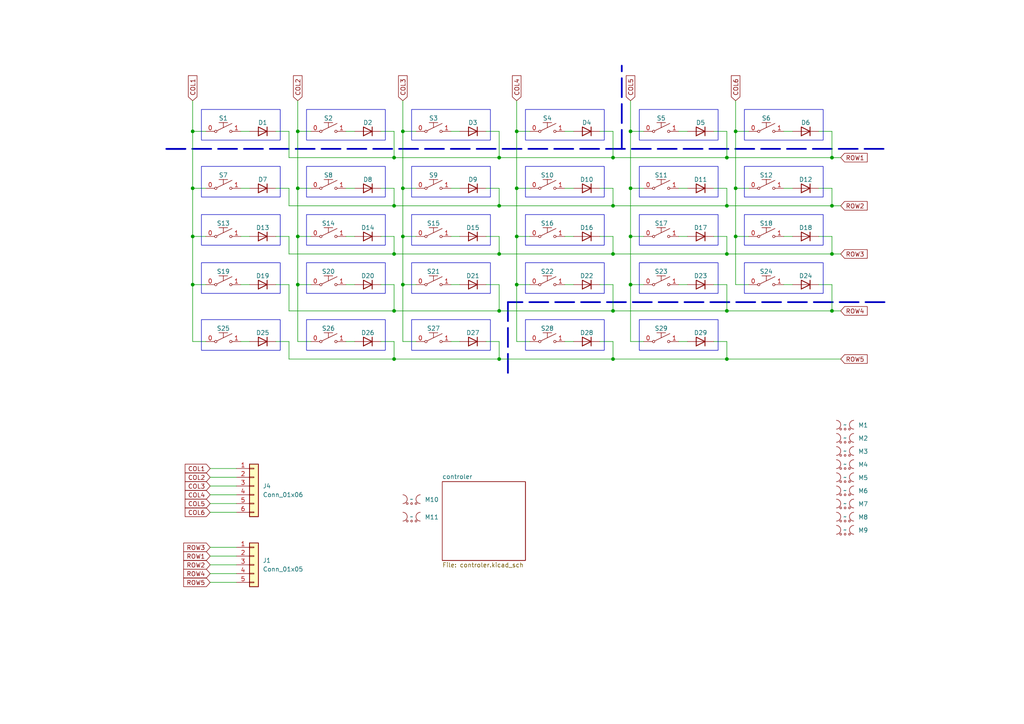
<source format=kicad_sch>
(kicad_sch (version 20230121) (generator eeschema)
  (paper "A4")
  (lib_symbols
    (symbol "Connector_Generic:Conn_01x05" (pin_names (offset 1.016) hide)
      (property "Reference" "J" (at 0 7.62 0))
      (property "Value" "Conn_01x05" (at 0 -7.62 0))
      (symbol "Conn_01x05_1_1"
        (rectangle (start -1.27 -4.953) (end 0 -5.207) (stroke (width 0.1524)))
        (rectangle (start -1.27 -2.413) (end 0 -2.667) (stroke (width 0.1524)))
        (rectangle (start -1.27 0.127) (end 0 -0.127) (stroke (width 0.1524)))
        (rectangle (start -1.27 2.667) (end 0 2.413) (stroke (width 0.1524)))
        (rectangle (start -1.27 5.207) (end 0 4.953) (stroke (width 0.1524)))
        (rectangle (start -1.27 6.35) (end 1.27 -6.35) (stroke (width 0.254)) (fill (type background)))
        (pin passive line (at -5.08 5.08 0) (length 3.81) (name "Pin_1") (number "1"))
        (pin passive line (at -5.08 2.54 0) (length 3.81) (name "Pin_2") (number "2"))
        (pin passive line (at -5.08 0 0) (length 3.81) (name "Pin_3") (number "3"))
        (pin passive line (at -5.08 -2.54 0) (length 3.81) (name "Pin_4") (number "4"))
        (pin passive line (at -5.08 -5.08 0) (length 3.81) (name "Pin_5") (number "5"))
      )
    )
    (symbol "Connector_Generic:Conn_01x06" (pin_names (offset 1.016) hide)
      (property "Reference" "J" (at 0 7.62 0))
      (property "Value" "Conn_01x06" (at 0 -10.16 0))
      (symbol "Conn_01x06_1_1"
        (rectangle (start -1.27 -7.493) (end 0 -7.747) (stroke (width 0.1524)))
        (rectangle (start -1.27 -4.953) (end 0 -5.207) (stroke (width 0.1524)))
        (rectangle (start -1.27 -2.413) (end 0 -2.667) (stroke (width 0.1524)))
        (rectangle (start -1.27 0.127) (end 0 -0.127) (stroke (width 0.1524)))
        (rectangle (start -1.27 2.667) (end 0 2.413) (stroke (width 0.1524)))
        (rectangle (start -1.27 5.207) (end 0 4.953) (stroke (width 0.1524)))
        (rectangle (start -1.27 6.35) (end 1.27 -8.89) (stroke (width 0.254)) (fill (type background)))
        (pin passive line (at -5.08 5.08 0) (length 3.81) (name "Pin_1") (number "1"))
        (pin passive line (at -5.08 2.54 0) (length 3.81) (name "Pin_2") (number "2"))
        (pin passive line (at -5.08 0 0) (length 3.81) (name "Pin_3") (number "3"))
        (pin passive line (at -5.08 -2.54 0) (length 3.81) (name "Pin_4") (number "4"))
        (pin passive line (at -5.08 -5.08 0) (length 3.81) (name "Pin_5") (number "5"))
        (pin passive line (at -5.08 -7.62 0) (length 3.81) (name "Pin_6") (number "6"))
      )
    )
    (symbol "Diode:1N4148" (pin_numbers hide) (pin_names hide)
      (property "Reference" "D" (at 0 2.54 0))
      (property "Value" "1N4148" (at 0 -2.54 0))
      (symbol "1N4148_0_1"
        (polyline (pts (xy -1.27 1.27) (xy -1.27 -1.27)) (stroke (width 0.254)))
        (polyline (pts (xy 1.27 0) (xy -1.27 0)))
        (polyline (pts (xy 1.27 1.27) (xy 1.27 -1.27) (xy -1.27 0) (xy 1.27 1.27)) (stroke (width 0.254)))
      )
      (symbol "1N4148_1_1"
        (pin passive line (at -3.81 0 0) (length 2.54) (name "K") (number "1"))
        (pin passive line (at 3.81 0 180) (length 2.54) (name "A") (number "2"))
      )
    )
    (symbol "split_kb:Gateron_Switch"
      (property "Reference" "S" (at -1.27 3.81 0))
      (property "Value" "Gateron_Switch" (at 0 -2.54 0))
      (symbol "Gateron_Switch_0_1"
        (circle (center -2.1834 -0.0016) (radius 0.3433))
        (polyline (pts (xy -1.8755 0.1857) (xy 2.5305 2.3139)))
        (polyline (pts (xy -1.27 2.54) (xy 1.27 2.54)))
        (polyline (pts (xy 0 1.1248) (xy 0 2.54)))
        (circle (center 2.1802 -0.0016) (radius 0.3433))
      )
      (symbol "Gateron_Switch_1_1"
        (pin bidirectional line (at -5.08 0 0) (length 2.54) (name "") (number "0"))
        (pin bidirectional line (at 5.08 0 180) (length 2.54) (name "") (number "1"))
      )
    )
    (symbol "split_kb_lib:Mouse_Bites"
      (property "Reference" "M" (at 0 0 0))
      (symbol "Mouse_Bites_0_1"
        (arc (start -2.5241 -1.27) (mid -1.2699 0) (end -2.5241 1.27))
        (circle (center -1.27 -1.27) (radius 0.2664))
        (circle (center 0 -1.27) (radius 0.2664))
        (circle (center 1.27 -1.27) (radius 0.2664))
        (arc (start 2.5241 1.27) (mid 1.2699 0) (end 2.5241 -1.27))
      )
    )
  )
  (junction (at 144.78 73.66))
  (junction (at 149.86 38.1))
  (junction (at 144.78 104.14))
  (junction (at 55.88 54.61))
  (junction (at 114.3 90.17))
  (junction (at 213.36 54.61))
  (junction (at 116.84 38.1))
  (junction (at 213.36 38.1))
  (junction (at 55.88 68.58))
  (junction (at 114.3 45.72))
  (junction (at 86.36 38.1))
  (junction (at 182.88 38.1))
  (junction (at 210.82 59.69))
  (junction (at 144.78 90.17))
  (junction (at 116.84 82.55))
  (junction (at 241.3 73.66))
  (junction (at 86.36 82.55))
  (junction (at 55.88 82.55))
  (junction (at 241.3 45.72))
  (junction (at 213.36 68.58))
  (junction (at 114.3 73.66))
  (junction (at 177.8 45.72))
  (junction (at 114.3 59.69))
  (junction (at 210.82 73.66))
  (junction (at 241.3 90.17))
  (junction (at 86.36 68.58))
  (junction (at 182.88 82.55))
  (junction (at 114.3 104.14))
  (junction (at 149.86 68.58))
  (junction (at 177.8 73.66))
  (junction (at 149.86 82.55))
  (junction (at 116.84 54.61))
  (junction (at 177.8 59.69))
  (junction (at 182.88 54.61))
  (junction (at 182.88 68.58))
  (junction (at 241.3 59.69))
  (junction (at 210.82 104.14))
  (junction (at 116.84 68.58))
  (junction (at 210.82 90.17))
  (junction (at 177.8 104.14))
  (junction (at 149.86 54.61))
  (junction (at 144.78 59.69))
  (junction (at 210.82 45.72))
  (junction (at 86.36 54.61))
  (junction (at 55.88 38.1))
  (junction (at 177.8 90.17))
  (junction (at 144.78 45.72))
  (wire (pts (xy 69.85 99.06) (xy 72.39 99.06)))
  (wire (pts (xy 182.88 99.06) (xy 186.69 99.06)))
  (wire (pts (xy 173.99 99.06) (xy 177.8 99.06)))
  (wire (pts (xy 116.84 99.06) (xy 120.65 99.06)))
  (wire (pts (xy 207.01 99.06) (xy 210.82 99.06)))
  (wire (pts (xy 114.3 45.72) (xy 144.78 45.72)))
  (wire (pts (xy 182.88 82.55) (xy 186.69 82.55)))
  (wire (pts (xy 149.86 68.58) (xy 153.67 68.58)))
  (wire (pts (xy 177.8 68.58) (xy 177.8 73.66)))
  (wire (pts (xy 86.36 54.61) (xy 86.36 68.58)))
  (wire (pts (xy 163.83 54.61) (xy 166.37 54.61)))
  (wire (pts (xy 114.3 59.69) (xy 144.78 59.69)))
  (wire (pts (xy 177.8 99.06) (xy 177.8 104.14)))
  (wire (pts (xy 86.36 68.58) (xy 90.17 68.58)))
  (wire (pts (xy 163.83 99.06) (xy 166.37 99.06)))
  (wire (pts (xy 69.85 54.61) (xy 72.39 54.61)))
  (wire (pts (xy 60.96 143.51) (xy 68.58 143.51)))
  (wire (pts (xy 213.36 29.21) (xy 213.36 38.1)))
  (wire (pts (xy 86.36 29.21) (xy 86.36 38.1)))
  (wire (pts (xy 149.86 29.21) (xy 149.86 38.1)))
  (wire (pts (xy 100.33 82.55) (xy 102.87 82.55)))
  (wire (pts (xy 177.8 73.66) (xy 210.82 73.66)))
  (wire (pts (xy 237.49 38.1) (xy 241.3 38.1)))
  (wire (pts (xy 177.8 82.55) (xy 177.8 90.17)))
  (wire (pts (xy 177.8 90.17) (xy 210.82 90.17)))
  (wire (pts (xy 114.3 99.06) (xy 114.3 104.14)))
  (wire (pts (xy 149.86 38.1) (xy 149.86 54.61)))
  (wire (pts (xy 144.78 38.1) (xy 144.78 45.72)))
  (wire (pts (xy 83.82 104.14) (xy 114.3 104.14)))
  (wire (pts (xy 69.85 38.1) (xy 72.39 38.1)))
  (wire (pts (xy 80.01 99.06) (xy 83.82 99.06)))
  (wire (pts (xy 110.49 38.1) (xy 114.3 38.1)))
  (wire (pts (xy 182.88 68.58) (xy 186.69 68.58)))
  (wire (pts (xy 55.88 54.61) (xy 55.88 68.58)))
  (wire (pts (xy 177.8 104.14) (xy 210.82 104.14)))
  (wire (pts (xy 210.82 68.58) (xy 210.82 73.66)))
  (wire (pts (xy 163.83 82.55) (xy 166.37 82.55)))
  (wire (pts (xy 60.96 158.75) (xy 68.58 158.75)))
  (wire (pts (xy 55.88 82.55) (xy 59.69 82.55)))
  (wire (pts (xy 116.84 54.61) (xy 116.84 68.58)))
  (wire (pts (xy 241.3 90.17) (xy 243.84 90.17)))
  (wire (pts (xy 177.8 54.61) (xy 177.8 59.69)))
  (wire (pts (xy 100.33 99.06) (xy 102.87 99.06)))
  (polyline (pts (xy 147.32 87.63) (xy 147.32 109.22)) (stroke (width 0.5) (type dash)))
  (wire (pts (xy 100.33 54.61) (xy 102.87 54.61)))
  (wire (pts (xy 241.3 59.69) (xy 243.84 59.69)))
  (wire (pts (xy 149.86 82.55) (xy 153.67 82.55)))
  (wire (pts (xy 173.99 38.1) (xy 177.8 38.1)))
  (wire (pts (xy 213.36 68.58) (xy 213.36 82.55)))
  (wire (pts (xy 237.49 68.58) (xy 241.3 68.58)))
  (wire (pts (xy 130.81 54.61) (xy 133.35 54.61)))
  (polyline (pts (xy 180.34 43.18) (xy 180.34 19.05)) (stroke (width 0.5) (type dash)))
  (wire (pts (xy 116.84 82.55) (xy 116.84 99.06)))
  (wire (pts (xy 149.86 82.55) (xy 149.86 99.06)))
  (wire (pts (xy 241.3 82.55) (xy 241.3 90.17)))
  (wire (pts (xy 80.01 38.1) (xy 83.82 38.1)))
  (wire (pts (xy 114.3 73.66) (xy 144.78 73.66)))
  (wire (pts (xy 60.96 166.37) (xy 68.58 166.37)))
  (wire (pts (xy 55.88 29.21) (xy 55.88 38.1)))
  (wire (pts (xy 55.88 99.06) (xy 59.69 99.06)))
  (wire (pts (xy 60.96 161.29) (xy 68.58 161.29)))
  (wire (pts (xy 144.78 45.72) (xy 177.8 45.72)))
  (wire (pts (xy 144.78 82.55) (xy 144.78 90.17)))
  (wire (pts (xy 149.86 99.06) (xy 153.67 99.06)))
  (wire (pts (xy 163.83 68.58) (xy 166.37 68.58)))
  (wire (pts (xy 130.81 99.06) (xy 133.35 99.06)))
  (wire (pts (xy 207.01 54.61) (xy 210.82 54.61)))
  (wire (pts (xy 83.82 82.55) (xy 83.82 90.17)))
  (wire (pts (xy 149.86 68.58) (xy 149.86 82.55)))
  (wire (pts (xy 114.3 104.14) (xy 144.78 104.14)))
  (wire (pts (xy 210.82 104.14) (xy 243.84 104.14)))
  (wire (pts (xy 86.36 38.1) (xy 90.17 38.1)))
  (wire (pts (xy 173.99 54.61) (xy 177.8 54.61)))
  (wire (pts (xy 213.36 38.1) (xy 213.36 54.61)))
  (wire (pts (xy 86.36 68.58) (xy 86.36 82.55)))
  (wire (pts (xy 60.96 135.89) (xy 68.58 135.89)))
  (wire (pts (xy 196.85 68.58) (xy 199.39 68.58)))
  (wire (pts (xy 55.88 54.61) (xy 59.69 54.61)))
  (wire (pts (xy 241.3 54.61) (xy 241.3 59.69)))
  (wire (pts (xy 116.84 29.21) (xy 116.84 38.1)))
  (wire (pts (xy 116.84 82.55) (xy 120.65 82.55)))
  (wire (pts (xy 83.82 68.58) (xy 83.82 73.66)))
  (wire (pts (xy 177.8 82.55) (xy 173.99 82.55)))
  (wire (pts (xy 241.3 45.72) (xy 243.84 45.72)))
  (wire (pts (xy 60.96 148.59) (xy 68.58 148.59)))
  (wire (pts (xy 210.82 73.66) (xy 241.3 73.66)))
  (wire (pts (xy 177.8 38.1) (xy 177.8 45.72)))
  (wire (pts (xy 80.01 54.61) (xy 83.82 54.61)))
  (wire (pts (xy 55.88 38.1) (xy 55.88 54.61)))
  (wire (pts (xy 182.88 29.21) (xy 182.88 38.1)))
  (wire (pts (xy 69.85 82.55) (xy 72.39 82.55)))
  (wire (pts (xy 144.78 54.61) (xy 144.78 59.69)))
  (wire (pts (xy 241.3 38.1) (xy 241.3 45.72)))
  (wire (pts (xy 213.36 54.61) (xy 213.36 68.58)))
  (wire (pts (xy 83.82 99.06) (xy 83.82 104.14)))
  (wire (pts (xy 207.01 38.1) (xy 210.82 38.1)))
  (wire (pts (xy 182.88 54.61) (xy 182.88 68.58)))
  (wire (pts (xy 114.3 90.17) (xy 144.78 90.17)))
  (wire (pts (xy 210.82 82.55) (xy 207.01 82.55)))
  (wire (pts (xy 83.82 38.1) (xy 83.82 45.72)))
  (wire (pts (xy 144.78 68.58) (xy 144.78 73.66)))
  (wire (pts (xy 83.82 59.69) (xy 114.3 59.69)))
  (wire (pts (xy 210.82 38.1) (xy 210.82 45.72)))
  (wire (pts (xy 60.96 168.91) (xy 68.58 168.91)))
  (wire (pts (xy 210.82 54.61) (xy 210.82 59.69)))
  (wire (pts (xy 55.88 38.1) (xy 59.69 38.1)))
  (wire (pts (xy 86.36 99.06) (xy 90.17 99.06)))
  (wire (pts (xy 86.36 82.55) (xy 86.36 99.06)))
  (wire (pts (xy 86.36 54.61) (xy 90.17 54.61)))
  (wire (pts (xy 69.85 68.58) (xy 72.39 68.58)))
  (polyline (pts (xy 48.26 43.18) (xy 256.54 43.18)) (stroke (width 0.5) (type dash)))
  (wire (pts (xy 210.82 82.55) (xy 210.82 90.17)))
  (wire (pts (xy 213.36 54.61) (xy 217.17 54.61)))
  (wire (pts (xy 116.84 38.1) (xy 116.84 54.61)))
  (wire (pts (xy 196.85 82.55) (xy 199.39 82.55)))
  (wire (pts (xy 241.3 68.58) (xy 241.3 73.66)))
  (wire (pts (xy 210.82 45.72) (xy 241.3 45.72)))
  (wire (pts (xy 60.96 146.05) (xy 68.58 146.05)))
  (wire (pts (xy 177.8 59.69) (xy 210.82 59.69)))
  (wire (pts (xy 110.49 99.06) (xy 114.3 99.06)))
  (wire (pts (xy 60.96 163.83) (xy 68.58 163.83)))
  (wire (pts (xy 196.85 38.1) (xy 199.39 38.1)))
  (wire (pts (xy 83.82 59.69) (xy 83.82 54.61)))
  (wire (pts (xy 83.82 45.72) (xy 114.3 45.72)))
  (wire (pts (xy 140.97 82.55) (xy 144.78 82.55)))
  (wire (pts (xy 83.82 73.66) (xy 114.3 73.66)))
  (wire (pts (xy 149.86 54.61) (xy 153.67 54.61)))
  (wire (pts (xy 182.88 38.1) (xy 182.88 54.61)))
  (wire (pts (xy 196.85 99.06) (xy 199.39 99.06)))
  (wire (pts (xy 114.3 82.55) (xy 114.3 90.17)))
  (wire (pts (xy 149.86 38.1) (xy 153.67 38.1)))
  (wire (pts (xy 86.36 82.55) (xy 90.17 82.55)))
  (wire (pts (xy 210.82 59.69) (xy 241.3 59.69)))
  (wire (pts (xy 116.84 68.58) (xy 120.65 68.58)))
  (wire (pts (xy 213.36 68.58) (xy 217.17 68.58)))
  (wire (pts (xy 144.78 104.14) (xy 177.8 104.14)))
  (wire (pts (xy 130.81 82.55) (xy 133.35 82.55)))
  (wire (pts (xy 173.99 68.58) (xy 177.8 68.58)))
  (wire (pts (xy 144.78 90.17) (xy 177.8 90.17)))
  (wire (pts (xy 110.49 68.58) (xy 114.3 68.58)))
  (wire (pts (xy 227.33 68.58) (xy 229.87 68.58)))
  (wire (pts (xy 207.01 68.58) (xy 210.82 68.58)))
  (polyline (pts (xy 48.26 43.18) (xy 54.61 43.18)) (stroke (width 0.5) (type dash)))
  (wire (pts (xy 140.97 99.06) (xy 144.78 99.06)))
  (wire (pts (xy 241.3 82.55) (xy 237.49 82.55)))
  (wire (pts (xy 114.3 38.1) (xy 114.3 45.72)))
  (wire (pts (xy 213.36 82.55) (xy 217.17 82.55)))
  (wire (pts (xy 210.82 90.17) (xy 241.3 90.17)))
  (wire (pts (xy 149.86 54.61) (xy 149.86 68.58)))
  (wire (pts (xy 227.33 54.61) (xy 229.87 54.61)))
  (wire (pts (xy 116.84 54.61) (xy 120.65 54.61)))
  (wire (pts (xy 55.88 82.55) (xy 55.88 99.06)))
  (wire (pts (xy 237.49 54.61) (xy 241.3 54.61)))
  (wire (pts (xy 182.88 54.61) (xy 186.69 54.61)))
  (wire (pts (xy 182.88 68.58) (xy 182.88 82.55)))
  (wire (pts (xy 114.3 54.61) (xy 114.3 59.69)))
  (wire (pts (xy 130.81 38.1) (xy 133.35 38.1)))
  (wire (pts (xy 60.96 140.97) (xy 68.58 140.97)))
  (wire (pts (xy 60.96 138.43) (xy 68.58 138.43)))
  (wire (pts (xy 177.8 45.72) (xy 210.82 45.72)))
  (wire (pts (xy 144.78 99.06) (xy 144.78 104.14)))
  (wire (pts (xy 227.33 38.1) (xy 229.87 38.1)))
  (wire (pts (xy 116.84 38.1) (xy 120.65 38.1)))
  (wire (pts (xy 100.33 68.58) (xy 102.87 68.58)))
  (wire (pts (xy 144.78 59.69) (xy 177.8 59.69)))
  (wire (pts (xy 110.49 54.61) (xy 114.3 54.61)))
  (wire (pts (xy 140.97 38.1) (xy 144.78 38.1)))
  (wire (pts (xy 210.82 99.06) (xy 210.82 104.14)))
  (wire (pts (xy 144.78 73.66) (xy 177.8 73.66)))
  (wire (pts (xy 55.88 68.58) (xy 59.69 68.58)))
  (wire (pts (xy 241.3 73.66) (xy 243.84 73.66)))
  (wire (pts (xy 116.84 68.58) (xy 116.84 82.55)))
  (wire (pts (xy 213.36 38.1) (xy 217.17 38.1)))
  (wire (pts (xy 55.88 68.58) (xy 55.88 82.55)))
  (wire (pts (xy 100.33 38.1) (xy 102.87 38.1)))
  (wire (pts (xy 140.97 54.61) (xy 144.78 54.61)))
  (wire (pts (xy 80.01 68.58) (xy 83.82 68.58)))
  (wire (pts (xy 227.33 82.55) (xy 229.87 82.55)))
  (wire (pts (xy 110.49 82.55) (xy 114.3 82.55)))
  (polyline (pts (xy 256.54 87.63) (xy 147.32 87.63)) (stroke (width 0.5) (type dash)))
  (wire (pts (xy 163.83 38.1) (xy 166.37 38.1)))
  (wire (pts (xy 83.82 82.55) (xy 80.01 82.55)))
  (wire (pts (xy 83.82 90.17) (xy 114.3 90.17)))
  (wire (pts (xy 86.36 38.1) (xy 86.36 54.61)))
  (wire (pts (xy 182.88 82.55) (xy 182.88 99.06)))
  (wire (pts (xy 114.3 68.58) (xy 114.3 73.66)))
  (wire (pts (xy 182.88 38.1) (xy 186.69 38.1)))
  (wire (pts (xy 130.81 68.58) (xy 133.35 68.58)))
  (wire (pts (xy 196.85 54.61) (xy 199.39 54.61)))
  (wire (pts (xy 140.97 68.58) (xy 144.78 68.58)))
  (rectangle (start 58.42 92.71) (end 81.28 101.6))
  (rectangle (start 88.9 31.75) (end 111.76 40.64))
  (rectangle (start 215.9 48.26) (end 238.76 57.15))
  (rectangle (start 152.4 31.75) (end 175.26 40.64))
  (rectangle (start 119.38 92.71) (end 142.24 101.6))
  (rectangle (start 58.42 48.26) (end 81.28 57.15))
  (rectangle (start 58.42 62.23) (end 81.28 71.12))
  (rectangle (start 88.9 76.2) (end 111.76 85.09))
  (rectangle (start 58.42 76.2) (end 81.28 85.09))
  (rectangle (start 152.4 48.26) (end 175.26 57.15))
  (rectangle (start 88.9 48.26) (end 111.76 57.15))
  (rectangle (start 58.42 31.75) (end 81.28 40.64))
  (rectangle (start 119.38 62.23) (end 142.24 71.12))
  (rectangle (start 119.38 76.2) (end 142.24 85.09))
  (rectangle (start 185.42 48.26) (end 208.28 57.15))
  (rectangle (start 152.4 92.71) (end 175.26 101.6))
  (rectangle (start 185.42 92.71) (end 208.28 101.6))
  (rectangle (start 119.38 48.26) (end 142.24 57.15))
  (rectangle (start 215.9 62.23) (end 238.76 71.12))
  (rectangle (start 185.42 31.75) (end 208.28 40.64))
  (rectangle (start 88.9 62.23) (end 111.76 71.12))
  (rectangle (start 215.9 31.75) (end 238.76 40.64))
  (rectangle (start 119.38 31.75) (end 142.24 40.64))
  (rectangle (start 185.42 62.23) (end 208.28 71.12))
  (rectangle (start 88.9 92.71) (end 111.76 101.6))
  (rectangle (start 152.4 76.2) (end 175.26 85.09))
  (rectangle (start 185.42 76.2) (end 208.28 85.09))
  (rectangle (start 215.9 76.2) (end 238.76 85.09))
  (rectangle (start 152.4 62.23) (end 175.26 71.12))
  (global_label "ROW1" (shape input) (at 243.84 45.72 0) (property "Intersheetrefs" "${INTERSHEET_REFS}" (effects hide)))
  (global_label "COL2" (shape input) (at 86.36 29.21 90) (property "Intersheetrefs" "${INTERSHEET_REFS}" (effects hide)))
  (global_label "ROW5" (shape input) (at 243.84 104.14 0) (property "Intersheetrefs" "${INTERSHEET_REFS}" (effects hide)))
  (global_label "ROW3" (shape input) (at 60.96 158.75 180) (property "Intersheetrefs" "${INTERSHEET_REFS}" (effects hide)))
  (global_label "COL3" (shape input) (at 60.96 140.97 180) (property "Intersheetrefs" "${INTERSHEET_REFS}" (effects hide)))
  (global_label "COL2" (shape input) (at 60.96 138.43 180) (property "Intersheetrefs" "${INTERSHEET_REFS}" (effects hide)))
  (global_label "COL5" (shape input) (at 60.96 146.05 180) (property "Intersheetrefs" "${INTERSHEET_REFS}" (effects hide)))
  (global_label "COL1" (shape input) (at 55.88 29.21 90) (property "Intersheetrefs" "${INTERSHEET_REFS}" (effects hide)))
  (global_label "ROW1" (shape input) (at 60.96 161.29 180) (property "Intersheetrefs" "${INTERSHEET_REFS}" (effects hide)))
  (global_label "COL1" (shape input) (at 60.96 135.89 180) (property "Intersheetrefs" "${INTERSHEET_REFS}" (effects hide)))
  (global_label "ROW4" (shape input) (at 243.84 90.17 0) (property "Intersheetrefs" "${INTERSHEET_REFS}" (effects hide)))
  (global_label "ROW2" (shape input) (at 243.84 59.69 0) (property "Intersheetrefs" "${INTERSHEET_REFS}" (effects hide)))
  (global_label "ROW5" (shape input) (at 60.96 168.91 180) (property "Intersheetrefs" "${INTERSHEET_REFS}" (effects hide)))
  (global_label "COL3" (shape input) (at 116.84 29.21 90) (property "Intersheetrefs" "${INTERSHEET_REFS}" (effects hide)))
  (global_label "ROW2" (shape input) (at 60.96 163.83 180) (property "Intersheetrefs" "${INTERSHEET_REFS}" (effects hide)))
  (global_label "ROW3" (shape input) (at 243.84 73.66 0) (property "Intersheetrefs" "${INTERSHEET_REFS}" (effects hide)))
  (global_label "COL4" (shape input) (at 149.86 29.21 90) (property "Intersheetrefs" "${INTERSHEET_REFS}" (effects hide)))
  (global_label "COL6" (shape input) (at 60.96 148.59 180) (property "Intersheetrefs" "${INTERSHEET_REFS}" (effects hide)))
  (global_label "COL4" (shape input) (at 60.96 143.51 180) (property "Intersheetrefs" "${INTERSHEET_REFS}" (effects hide)))
  (global_label "COL6" (shape input) (at 213.36 29.21 90) (property "Intersheetrefs" "${INTERSHEET_REFS}" (effects hide)))
  (global_label "COL5" (shape input) (at 182.88 29.21 90) (property "Intersheetrefs" "${INTERSHEET_REFS}" (effects hide)))
  (global_label "ROW4" (shape input) (at 60.96 166.37 180) (property "Intersheetrefs" "${INTERSHEET_REFS}" (effects hide)))
  (symbol (lib_id "split_kb:Gateron_Switch") (at 222.25 54.61 0) (unit 1)
    (property "Reference" "S12" (at 222.25 50.8 0))
    (property "Value" "Gateron_Switch" (effects hide))
    (property "Footprint" "split_kb_lib:GATERON" (effects hide))
  )
  (symbol (lib_id "split_kb:Gateron_Switch") (at 64.77 82.55 0) (unit 1)
    (property "Reference" "S19" (at 64.77 78.74 0))
    (property "Value" "Gateron_Switch" (effects hide))
    (property "Footprint" "split_kb_lib:GATERON" (effects hide))
  )
  (symbol (lib_id "split_kb_lib:Mouse_Bites") (at 245.11 153.67 0) (unit 1)
    (property "Reference" "M9" (at 248.92 153.8032 0) (effects (justify left)))
    (property "Value" "~" (at 245.11 153.67 0))
    (property "Footprint" "split_kb_lib:Mouse Bites" (effects hide))
  )
  (symbol (lib_id "split_kb:Gateron_Switch") (at 158.75 38.1 0) (unit 1)
    (property "Reference" "S4" (at 158.75 34.29 0))
    (property "Value" "Gateron_Switch" (effects hide))
    (property "Footprint" "split_kb_lib:GATERON" (effects hide))
  )
  (symbol (lib_id "Diode:1N4148") (at 137.16 54.61 180) (unit 1)
    (property "Reference" "D9" (at 137.16 52.07 0))
    (property "Value" "1N4148" (effects hide))
    (property "Footprint" "split_kb_lib:SOD80_P5.5mm_Horizontal_SMD" (effects hide))
    (property "Datasheet" "https://assets.nexperia.com/documents/data-sheet/1N4148_1N4448.pdf" (effects hide))
    (property "Sim.Device" "D" (effects hide))
    (property "Sim.Pins" "1=K 2=A" (effects hide))
  )
  (symbol (lib_id "split_kb_lib:Mouse_Bites") (at 245.11 149.86 0) (unit 1)
    (property "Reference" "M8" (at 248.92 149.9932 0) (effects (justify left)))
    (property "Value" "~" (at 245.11 149.86 0))
    (property "Footprint" "split_kb_lib:Mouse Bites" (effects hide))
  )
  (symbol (lib_id "Connector_Generic:Conn_01x05") (at 73.66 163.83 0) (unit 1)
    (property "Reference" "J1" (at 76.2 162.56 0) (effects (justify left)))
    (property "Value" "Conn_01x05" (at 76.2 165.1 0) (effects (justify left)))
    (property "Footprint" "split_kb_lib:Row Connector" (effects hide))
  )
  (symbol (lib_id "split_kb_lib:Mouse_Bites") (at 245.11 130.81 0) (unit 1)
    (property "Reference" "M3" (at 248.92 130.9432 0) (effects (justify left)))
    (property "Value" "~" (at 245.11 130.81 0))
    (property "Footprint" "split_kb_lib:Mouse Bites" (effects hide))
  )
  (symbol (lib_id "split_kb:Gateron_Switch") (at 95.25 82.55 0) (unit 1)
    (property "Reference" "S20" (at 95.25 78.74 0))
    (property "Value" "Gateron_Switch" (effects hide))
    (property "Footprint" "split_kb_lib:GATERON" (effects hide))
  )
  (symbol (lib_id "Diode:1N4148") (at 203.2 38.1 180) (unit 1)
    (property "Reference" "D5" (at 203.2 35.56 0))
    (property "Value" "1N4148" (effects hide))
    (property "Footprint" "split_kb_lib:SOD80_P5.5mm_Horizontal_SMD" (effects hide))
    (property "Datasheet" "https://assets.nexperia.com/documents/data-sheet/1N4148_1N4448.pdf" (effects hide))
    (property "Sim.Device" "D" (effects hide))
    (property "Sim.Pins" "1=K 2=A" (effects hide))
  )
  (symbol (lib_id "Diode:1N4148") (at 203.2 68.58 180) (unit 1)
    (property "Reference" "D17" (at 203.2 66.04 0))
    (property "Value" "1N4148" (effects hide))
    (property "Footprint" "split_kb_lib:SOD80_P5.5mm_Horizontal_SMD" (effects hide))
    (property "Datasheet" "https://assets.nexperia.com/documents/data-sheet/1N4148_1N4448.pdf" (effects hide))
    (property "Sim.Device" "D" (effects hide))
    (property "Sim.Pins" "1=K 2=A" (effects hide))
  )
  (symbol (lib_id "split_kb_lib:Mouse_Bites") (at 245.11 123.19 0) (unit 1)
    (property "Reference" "M1" (at 248.92 123.3232 0) (effects (justify left)))
    (property "Value" "~" (at 245.11 123.19 0))
    (property "Footprint" "split_kb_lib:Mouse Bites" (effects hide))
  )
  (symbol (lib_id "split_kb:Gateron_Switch") (at 222.25 82.55 0) (unit 1)
    (property "Reference" "S24" (at 222.25 78.74 0))
    (property "Value" "Gateron_Switch" (effects hide))
    (property "Footprint" "split_kb_lib:GATERON" (effects hide))
  )
  (symbol (lib_id "Diode:1N4148") (at 106.68 68.58 180) (unit 1)
    (property "Reference" "D14" (at 106.68 66.04 0))
    (property "Value" "1N4148" (effects hide))
    (property "Footprint" "split_kb_lib:SOD80_P5.5mm_Horizontal_SMD" (effects hide))
    (property "Datasheet" "https://assets.nexperia.com/documents/data-sheet/1N4148_1N4448.pdf" (effects hide))
    (property "Sim.Device" "D" (effects hide))
    (property "Sim.Pins" "1=K 2=A" (effects hide))
  )
  (symbol (lib_id "split_kb:Gateron_Switch") (at 158.75 82.55 0) (unit 1)
    (property "Reference" "S22" (at 158.75 78.74 0))
    (property "Value" "Gateron_Switch" (effects hide))
    (property "Footprint" "split_kb_lib:GATERON" (effects hide))
  )
  (symbol (lib_id "Diode:1N4148") (at 233.68 38.1 180) (unit 1)
    (property "Reference" "D6" (at 233.68 35.56 0))
    (property "Value" "1N4148" (effects hide))
    (property "Footprint" "split_kb_lib:SOD80_P5.5mm_Horizontal_SMD" (effects hide))
    (property "Datasheet" "https://assets.nexperia.com/documents/data-sheet/1N4148_1N4448.pdf" (effects hide))
    (property "Sim.Device" "D" (effects hide))
    (property "Sim.Pins" "1=K 2=A" (effects hide))
  )
  (symbol (lib_id "Diode:1N4148") (at 203.2 82.55 180) (unit 1)
    (property "Reference" "D23" (at 203.2 80.01 0))
    (property "Value" "1N4148" (effects hide))
    (property "Footprint" "split_kb_lib:SOD80_P5.5mm_Horizontal_SMD" (effects hide))
    (property "Datasheet" "https://assets.nexperia.com/documents/data-sheet/1N4148_1N4448.pdf" (effects hide))
    (property "Sim.Device" "D" (effects hide))
    (property "Sim.Pins" "1=K 2=A" (effects hide))
  )
  (symbol (lib_id "split_kb:Gateron_Switch") (at 222.25 68.58 0) (unit 1)
    (property "Reference" "S18" (at 222.25 64.77 0))
    (property "Value" "Gateron_Switch" (effects hide))
    (property "Footprint" "split_kb_lib:GATERON" (effects hide))
  )
  (symbol (lib_id "split_kb:Gateron_Switch") (at 64.77 99.06 0) (unit 1)
    (property "Reference" "S25" (at 64.77 95.25 0))
    (property "Value" "Gateron_Switch" (effects hide))
    (property "Footprint" "split_kb_lib:GATERON" (effects hide))
  )
  (symbol (lib_id "split_kb:Gateron_Switch") (at 191.77 54.61 0) (unit 1)
    (property "Reference" "S11" (at 191.77 50.8 0))
    (property "Value" "Gateron_Switch" (effects hide))
    (property "Footprint" "split_kb_lib:GATERON" (effects hide))
  )
  (symbol (lib_id "split_kb:Gateron_Switch") (at 125.73 68.58 0) (unit 1)
    (property "Reference" "S15" (at 125.73 64.77 0))
    (property "Value" "Gateron_Switch" (effects hide))
    (property "Footprint" "split_kb_lib:GATERON" (effects hide))
  )
  (symbol (lib_id "split_kb:Gateron_Switch") (at 125.73 54.61 0) (unit 1)
    (property "Reference" "S9" (at 125.73 50.8 0))
    (property "Value" "Gateron_Switch" (effects hide))
    (property "Footprint" "split_kb_lib:GATERON" (effects hide))
  )
  (symbol (lib_id "Diode:1N4148") (at 137.16 38.1 180) (unit 1)
    (property "Reference" "D3" (at 137.16 35.56 0))
    (property "Value" "1N4148" (effects hide))
    (property "Footprint" "split_kb_lib:SOD80_P5.5mm_Horizontal_SMD" (effects hide))
    (property "Datasheet" "https://assets.nexperia.com/documents/data-sheet/1N4148_1N4448.pdf" (effects hide))
    (property "Sim.Device" "D" (effects hide))
    (property "Sim.Pins" "1=K 2=A" (effects hide))
  )
  (symbol (lib_id "split_kb:Gateron_Switch") (at 64.77 54.61 0) (unit 1)
    (property "Reference" "S7" (at 64.77 50.8 0))
    (property "Value" "Gateron_Switch" (effects hide))
    (property "Footprint" "split_kb_lib:GATERON" (effects hide))
  )
  (symbol (lib_id "Diode:1N4148") (at 203.2 54.61 180) (unit 1)
    (property "Reference" "D11" (at 203.2 52.07 0))
    (property "Value" "1N4148" (effects hide))
    (property "Footprint" "split_kb_lib:SOD80_P5.5mm_Horizontal_SMD" (effects hide))
    (property "Datasheet" "https://assets.nexperia.com/documents/data-sheet/1N4148_1N4448.pdf" (effects hide))
    (property "Sim.Device" "D" (effects hide))
    (property "Sim.Pins" "1=K 2=A" (effects hide))
  )
  (symbol (lib_id "Diode:1N4148") (at 233.68 54.61 180) (unit 1)
    (property "Reference" "D12" (at 233.68 52.07 0))
    (property "Value" "1N4148" (effects hide))
    (property "Footprint" "split_kb_lib:SOD80_P5.5mm_Horizontal_SMD" (effects hide))
    (property "Datasheet" "https://assets.nexperia.com/documents/data-sheet/1N4148_1N4448.pdf" (effects hide))
    (property "Sim.Device" "D" (effects hide))
    (property "Sim.Pins" "1=K 2=A" (effects hide))
  )
  (symbol (lib_id "split_kb:Gateron_Switch") (at 158.75 99.06 0) (unit 1)
    (property "Reference" "S28" (at 158.75 95.25 0))
    (property "Value" "Gateron_Switch" (effects hide))
    (property "Footprint" "split_kb_lib:GATERON" (effects hide))
  )
  (symbol (lib_id "Diode:1N4148") (at 137.16 68.58 180) (unit 1)
    (property "Reference" "D15" (at 137.16 66.04 0))
    (property "Value" "1N4148" (effects hide))
    (property "Footprint" "split_kb_lib:SOD80_P5.5mm_Horizontal_SMD" (effects hide))
    (property "Datasheet" "https://assets.nexperia.com/documents/data-sheet/1N4148_1N4448.pdf" (effects hide))
    (property "Sim.Device" "D" (effects hide))
    (property "Sim.Pins" "1=K 2=A" (effects hide))
  )
  (symbol (lib_id "split_kb_lib:Mouse_Bites") (at 245.11 127 0) (unit 1)
    (property "Reference" "M2" (at 248.92 127.1332 0) (effects (justify left)))
    (property "Value" "~" (at 245.11 127 0))
    (property "Footprint" "split_kb_lib:Mouse Bites" (effects hide))
  )
  (symbol (lib_id "split_kb_lib:Mouse_Bites") (at 245.11 146.05 0) (unit 1)
    (property "Reference" "M7" (at 248.92 146.1832 0) (effects (justify left)))
    (property "Value" "~" (at 245.11 146.05 0))
    (property "Footprint" "split_kb_lib:Mouse Bites" (effects hide))
  )
  (symbol (lib_id "Diode:1N4148") (at 170.18 38.1 180) (unit 1)
    (property "Reference" "D4" (at 170.18 35.56 0))
    (property "Value" "1N4148" (effects hide))
    (property "Footprint" "split_kb_lib:SOD80_P5.5mm_Horizontal_SMD" (effects hide))
    (property "Datasheet" "https://assets.nexperia.com/documents/data-sheet/1N4148_1N4448.pdf" (effects hide))
    (property "Sim.Device" "D" (effects hide))
    (property "Sim.Pins" "1=K 2=A" (effects hide))
  )
  (symbol (lib_id "split_kb_lib:Mouse_Bites") (at 245.11 138.43 0) (unit 1)
    (property "Reference" "M5" (at 248.92 138.5632 0) (effects (justify left)))
    (property "Value" "~" (at 245.11 138.43 0))
    (property "Footprint" "split_kb_lib:Mouse Bites" (effects hide))
  )
  (symbol (lib_id "Diode:1N4148") (at 106.68 54.61 180) (unit 1)
    (property "Reference" "D8" (at 106.68 52.07 0))
    (property "Value" "1N4148" (effects hide))
    (property "Footprint" "split_kb_lib:SOD80_P5.5mm_Horizontal_SMD" (effects hide))
    (property "Datasheet" "https://assets.nexperia.com/documents/data-sheet/1N4148_1N4448.pdf" (effects hide))
    (property "Sim.Device" "D" (effects hide))
    (property "Sim.Pins" "1=K 2=A" (effects hide))
  )
  (symbol (lib_id "split_kb:Gateron_Switch") (at 95.25 38.1 0) (unit 1)
    (property "Reference" "S2" (at 95.25 34.29 0))
    (property "Value" "Gateron_Switch" (effects hide))
    (property "Footprint" "split_kb_lib:GATERON" (effects hide))
  )
  (symbol (lib_id "split_kb:Gateron_Switch") (at 191.77 82.55 0) (unit 1)
    (property "Reference" "S23" (at 191.77 78.74 0))
    (property "Value" "Gateron_Switch" (effects hide))
    (property "Footprint" "split_kb_lib:GATERON" (effects hide))
  )
  (symbol (lib_id "Diode:1N4148") (at 76.2 99.06 180) (unit 1)
    (property "Reference" "D25" (at 76.2 96.52 0))
    (property "Value" "1N4148" (effects hide))
    (property "Footprint" "split_kb_lib:SOD80_P5.5mm_Horizontal_SMD" (effects hide))
    (property "Datasheet" "https://assets.nexperia.com/documents/data-sheet/1N4148_1N4448.pdf" (effects hide))
    (property "Sim.Device" "D" (effects hide))
    (property "Sim.Pins" "1=K 2=A" (effects hide))
  )
  (symbol (lib_id "Diode:1N4148") (at 76.2 68.58 180) (unit 1)
    (property "Reference" "D13" (at 76.2 66.04 0))
    (property "Value" "1N4148" (effects hide))
    (property "Footprint" "split_kb_lib:SOD80_P5.5mm_Horizontal_SMD" (effects hide))
    (property "Datasheet" "https://assets.nexperia.com/documents/data-sheet/1N4148_1N4448.pdf" (effects hide))
    (property "Sim.Device" "D" (effects hide))
    (property "Sim.Pins" "1=K 2=A" (effects hide))
  )
  (symbol (lib_id "split_kb:Gateron_Switch") (at 191.77 38.1 0) (unit 1)
    (property "Reference" "S5" (at 191.77 34.29 0))
    (property "Value" "Gateron_Switch" (effects hide))
    (property "Footprint" "split_kb_lib:GATERON" (effects hide))
  )
  (symbol (lib_id "split_kb:Gateron_Switch") (at 64.77 38.1 0) (unit 1)
    (property "Reference" "S1" (at 64.77 34.29 0))
    (property "Value" "Gateron_Switch" (effects hide))
    (property "Footprint" "split_kb_lib:GATERON" (effects hide))
  )
  (symbol (lib_id "split_kb:Gateron_Switch") (at 95.25 54.61 0) (unit 1)
    (property "Reference" "S8" (at 95.25 50.8 0))
    (property "Value" "Gateron_Switch" (effects hide))
    (property "Footprint" "split_kb_lib:GATERON" (effects hide))
  )
  (symbol (lib_id "split_kb:Gateron_Switch") (at 95.25 68.58 0) (unit 1)
    (property "Reference" "S14" (at 95.25 64.77 0))
    (property "Value" "Gateron_Switch" (effects hide))
    (property "Footprint" "split_kb_lib:GATERON" (effects hide))
  )
  (symbol (lib_id "split_kb:Gateron_Switch") (at 64.77 68.58 0) (unit 1)
    (property "Reference" "S13" (at 64.77 64.77 0))
    (property "Value" "Gateron_Switch" (effects hide))
    (property "Footprint" "split_kb_lib:GATERON" (effects hide))
  )
  (symbol (lib_id "Diode:1N4148") (at 170.18 82.55 180) (unit 1)
    (property "Reference" "D22" (at 170.18 80.01 0))
    (property "Value" "1N4148" (effects hide))
    (property "Footprint" "split_kb_lib:SOD80_P5.5mm_Horizontal_SMD" (effects hide))
    (property "Datasheet" "https://assets.nexperia.com/documents/data-sheet/1N4148_1N4448.pdf" (effects hide))
    (property "Sim.Device" "D" (effects hide))
    (property "Sim.Pins" "1=K 2=A" (effects hide))
  )
  (symbol (lib_id "Diode:1N4148") (at 137.16 99.06 180) (unit 1)
    (property "Reference" "D27" (at 137.16 96.52 0))
    (property "Value" "1N4148" (effects hide))
    (property "Footprint" "split_kb_lib:SOD80_P5.5mm_Horizontal_SMD" (effects hide))
    (property "Datasheet" "https://assets.nexperia.com/documents/data-sheet/1N4148_1N4448.pdf" (effects hide))
    (property "Sim.Device" "D" (effects hide))
    (property "Sim.Pins" "1=K 2=A" (effects hide))
  )
  (symbol (lib_id "Connector_Generic:Conn_01x06") (at 73.66 140.97 0) (unit 1)
    (property "Reference" "J4" (at 76.2 140.97 0) (effects (justify left)))
    (property "Value" "Conn_01x06" (at 76.2 143.51 0) (effects (justify left)))
    (property "Footprint" "split_kb_lib:Column Connector" (effects hide))
  )
  (symbol (lib_id "Diode:1N4148") (at 76.2 54.61 180) (unit 1)
    (property "Reference" "D7" (at 76.2 52.07 0))
    (property "Value" "1N4148" (effects hide))
    (property "Footprint" "split_kb_lib:SOD80_P5.5mm_Horizontal_SMD" (effects hide))
    (property "Datasheet" "https://assets.nexperia.com/documents/data-sheet/1N4148_1N4448.pdf" (effects hide))
    (property "Sim.Device" "D" (effects hide))
    (property "Sim.Pins" "1=K 2=A" (effects hide))
  )
  (symbol (lib_id "split_kb:Gateron_Switch") (at 191.77 99.06 0) (unit 1)
    (property "Reference" "S29" (at 191.77 95.25 0))
    (property "Value" "Gateron_Switch" (effects hide))
    (property "Footprint" "split_kb_lib:GATERON" (effects hide))
  )
  (symbol (lib_id "split_kb:Gateron_Switch") (at 125.73 38.1 0) (unit 1)
    (property "Reference" "S3" (at 125.73 34.29 0))
    (property "Value" "Gateron_Switch" (effects hide))
    (property "Footprint" "split_kb_lib:GATERON" (effects hide))
  )
  (symbol (lib_id "split_kb_lib:Mouse_Bites") (at 119.38 149.86 0) (unit 1)
    (property "Reference" "M11" (at 123.19 149.9932 0) (effects (justify left)))
    (property "Value" "~" (at 119.38 149.86 0))
    (property "Footprint" "split_kb_lib:Mouse Bites" (effects hide))
  )
  (symbol (lib_id "Diode:1N4148") (at 76.2 82.55 180) (unit 1)
    (property "Reference" "D19" (at 76.2 80.01 0))
    (property "Value" "1N4148" (effects hide))
    (property "Footprint" "split_kb_lib:SOD80_P5.5mm_Horizontal_SMD" (effects hide))
    (property "Datasheet" "https://assets.nexperia.com/documents/data-sheet/1N4148_1N4448.pdf" (effects hide))
    (property "Sim.Device" "D" (effects hide))
    (property "Sim.Pins" "1=K 2=A" (effects hide))
  )
  (symbol (lib_id "Diode:1N4148") (at 137.16 82.55 180) (unit 1)
    (property "Reference" "D21" (at 137.16 80.01 0))
    (property "Value" "1N4148" (effects hide))
    (property "Footprint" "split_kb_lib:SOD80_P5.5mm_Horizontal_SMD" (effects hide))
    (property "Datasheet" "https://assets.nexperia.com/documents/data-sheet/1N4148_1N4448.pdf" (effects hide))
    (property "Sim.Device" "D" (effects hide))
    (property "Sim.Pins" "1=K 2=A" (effects hide))
  )
  (symbol (lib_id "split_kb:Gateron_Switch") (at 158.75 68.58 0) (unit 1)
    (property "Reference" "S16" (at 158.75 64.77 0))
    (property "Value" "Gateron_Switch" (effects hide))
    (property "Footprint" "split_kb_lib:GATERON" (effects hide))
  )
  (symbol (lib_id "Diode:1N4148") (at 76.2 38.1 180) (unit 1)
    (property "Reference" "D1" (at 76.2 35.56 0))
    (property "Value" "1N4148" (effects hide))
    (property "Footprint" "split_kb_lib:SOD80_P5.5mm_Horizontal_SMD" (effects hide))
    (property "Datasheet" "https://assets.nexperia.com/documents/data-sheet/1N4148_1N4448.pdf" (effects hide))
    (property "Sim.Device" "D" (effects hide))
    (property "Sim.Pins" "1=K 2=A" (effects hide))
  )
  (symbol (lib_id "Diode:1N4148") (at 106.68 38.1 180) (unit 1)
    (property "Reference" "D2" (at 106.68 35.56 0))
    (property "Value" "1N4148" (effects hide))
    (property "Footprint" "split_kb_lib:SOD80_P5.5mm_Horizontal_SMD" (effects hide))
    (property "Datasheet" "https://assets.nexperia.com/documents/data-sheet/1N4148_1N4448.pdf" (effects hide))
    (property "Sim.Device" "D" (effects hide))
    (property "Sim.Pins" "1=K 2=A" (effects hide))
  )
  (symbol (lib_id "split_kb:Gateron_Switch") (at 222.25 38.1 0) (unit 1)
    (property "Reference" "S6" (at 222.25 34.29 0))
    (property "Value" "Gateron_Switch" (effects hide))
    (property "Footprint" "split_kb_lib:GATERON" (effects hide))
  )
  (symbol (lib_id "Diode:1N4148") (at 106.68 82.55 180) (unit 1)
    (property "Reference" "D20" (at 106.68 80.01 0))
    (property "Value" "1N4148" (effects hide))
    (property "Footprint" "split_kb_lib:SOD80_P5.5mm_Horizontal_SMD" (effects hide))
    (property "Datasheet" "https://assets.nexperia.com/documents/data-sheet/1N4148_1N4448.pdf" (effects hide))
    (property "Sim.Device" "D" (effects hide))
    (property "Sim.Pins" "1=K 2=A" (effects hide))
  )
  (symbol (lib_id "split_kb:Gateron_Switch") (at 125.73 99.06 0) (unit 1)
    (property "Reference" "S27" (at 125.73 95.25 0))
    (property "Value" "Gateron_Switch" (effects hide))
    (property "Footprint" "split_kb_lib:GATERON" (effects hide))
  )
  (symbol (lib_id "split_kb:Gateron_Switch") (at 95.25 99.06 0) (unit 1)
    (property "Reference" "S26" (at 95.25 95.25 0))
    (property "Value" "Gateron_Switch" (effects hide))
    (property "Footprint" "split_kb_lib:GATERON" (effects hide))
  )
  (symbol (lib_id "split_kb_lib:Mouse_Bites") (at 245.11 134.62 0) (unit 1)
    (property "Reference" "M4" (at 248.92 134.7532 0) (effects (justify left)))
    (property "Value" "~" (at 245.11 134.62 0))
    (property "Footprint" "split_kb_lib:Mouse Bites" (effects hide))
  )
  (symbol (lib_id "split_kb:Gateron_Switch") (at 158.75 54.61 0) (unit 1)
    (property "Reference" "S10" (at 158.75 50.8 0))
    (property "Value" "Gateron_Switch" (effects hide))
    (property "Footprint" "split_kb_lib:GATERON" (effects hide))
  )
  (symbol (lib_id "Diode:1N4148") (at 170.18 54.61 180) (unit 1)
    (property "Reference" "D10" (at 170.18 52.07 0))
    (property "Value" "1N4148" (effects hide))
    (property "Footprint" "split_kb_lib:SOD80_P5.5mm_Horizontal_SMD" (effects hide))
    (property "Datasheet" "https://assets.nexperia.com/documents/data-sheet/1N4148_1N4448.pdf" (effects hide))
    (property "Sim.Device" "D" (effects hide))
    (property "Sim.Pins" "1=K 2=A" (effects hide))
  )
  (symbol (lib_id "Diode:1N4148") (at 106.68 99.06 180) (unit 1)
    (property "Reference" "D26" (at 106.68 96.52 0))
    (property "Value" "1N4148" (effects hide))
    (property "Footprint" "split_kb_lib:SOD80_P5.5mm_Horizontal_SMD" (effects hide))
    (property "Datasheet" "https://assets.nexperia.com/documents/data-sheet/1N4148_1N4448.pdf" (effects hide))
    (property "Sim.Device" "D" (effects hide))
    (property "Sim.Pins" "1=K 2=A" (effects hide))
  )
  (symbol (lib_id "Diode:1N4148") (at 233.68 68.58 180) (unit 1)
    (property "Reference" "D18" (at 233.68 66.04 0))
    (property "Value" "1N4148" (effects hide))
    (property "Footprint" "split_kb_lib:SOD80_P5.5mm_Horizontal_SMD" (effects hide))
    (property "Datasheet" "https://assets.nexperia.com/documents/data-sheet/1N4148_1N4448.pdf" (effects hide))
    (property "Sim.Device" "D" (effects hide))
    (property "Sim.Pins" "1=K 2=A" (effects hide))
  )
  (symbol (lib_id "split_kb_lib:Mouse_Bites") (at 245.11 142.24 0) (unit 1)
    (property "Reference" "M6" (at 248.92 142.3732 0) (effects (justify left)))
    (property "Value" "~" (at 245.11 142.24 0))
    (property "Footprint" "split_kb_lib:Mouse Bites" (effects hide))
  )
  (symbol (lib_id "Diode:1N4148") (at 170.18 68.58 180) (unit 1)
    (property "Reference" "D16" (at 170.18 66.04 0))
    (property "Value" "1N4148" (effects hide))
    (property "Footprint" "split_kb_lib:SOD80_P5.5mm_Horizontal_SMD" (effects hide))
    (property "Datasheet" "https://assets.nexperia.com/documents/data-sheet/1N4148_1N4448.pdf" (effects hide))
    (property "Sim.Device" "D" (effects hide))
    (property "Sim.Pins" "1=K 2=A" (effects hide))
  )
  (symbol (lib_id "split_kb_lib:Mouse_Bites") (at 119.38 144.78 0) (unit 1)
    (property "Reference" "M10" (at 123.19 144.9132 0) (effects (justify left)))
    (property "Value" "~" (at 119.38 144.78 0))
    (property "Footprint" "split_kb_lib:Mouse Bites" (effects hide))
  )
  (symbol (lib_id "Diode:1N4148") (at 170.18 99.06 180) (unit 1)
    (property "Reference" "D28" (at 170.18 96.52 0))
    (property "Value" "1N4148" (effects hide))
    (property "Footprint" "split_kb_lib:SOD80_P5.5mm_Horizontal_SMD" (effects hide))
    (property "Datasheet" "https://assets.nexperia.com/documents/data-sheet/1N4148_1N4448.pdf" (effects hide))
    (property "Sim.Device" "D" (effects hide))
    (property "Sim.Pins" "1=K 2=A" (effects hide))
  )
  (symbol (lib_id "Diode:1N4148") (at 233.68 82.55 180) (unit 1)
    (property "Reference" "D24" (at 233.68 80.01 0))
    (property "Value" "1N4148" (effects hide))
    (property "Footprint" "split_kb_lib:SOD80_P5.5mm_Horizontal_SMD" (effects hide))
    (property "Datasheet" "https://assets.nexperia.com/documents/data-sheet/1N4148_1N4448.pdf" (effects hide))
    (property "Sim.Device" "D" (effects hide))
    (property "Sim.Pins" "1=K 2=A" (effects hide))
  )
  (symbol (lib_id "split_kb:Gateron_Switch") (at 191.77 68.58 0) (unit 1)
    (property "Reference" "S17" (at 191.77 64.77 0))
    (property "Value" "Gateron_Switch" (effects hide))
    (property "Footprint" "split_kb_lib:GATERON" (effects hide))
  )
  (symbol (lib_id "Diode:1N4148") (at 203.2 99.06 180) (unit 1)
    (property "Reference" "D29" (at 203.2 96.52 0))
    (property "Value" "1N4148" (effects hide))
    (property "Footprint" "split_kb_lib:SOD80_P5.5mm_Horizontal_SMD" (effects hide))
    (property "Datasheet" "https://assets.nexperia.com/documents/data-sheet/1N4148_1N4448.pdf" (effects hide))
    (property "Sim.Device" "D" (effects hide))
    (property "Sim.Pins" "1=K 2=A" (effects hide))
  )
  (symbol (lib_id "split_kb:Gateron_Switch") (at 125.73 82.55 0) (unit 1)
    (property "Reference" "S21" (at 125.73 78.74 0))
    (property "Value" "Gateron_Switch" (effects hide))
    (property "Footprint" "split_kb_lib:GATERON" (effects hide))
  )
  (sheet (at 128.27 139.7) (size 24.13 22.86) (stroke (width 0.1524))
    (property "Sheetname" "controler" (at 128.27 138.9884 0) (effects (justify left bottom)))
    (property "Sheetfile" "controler.kicad_sch" (at 128.27 163.1446 0) (effects (justify left top)))
  )
)
</source>
